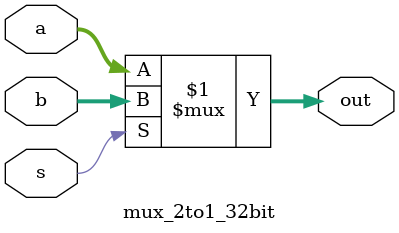
<source format=v>
module mux_2to1_32bit(a, b, s, out);
	input [31:0] a, b;
	input s;
	output [31:0] out;
	
	assign out = s ? b : a;
	
endmodule
	
</source>
